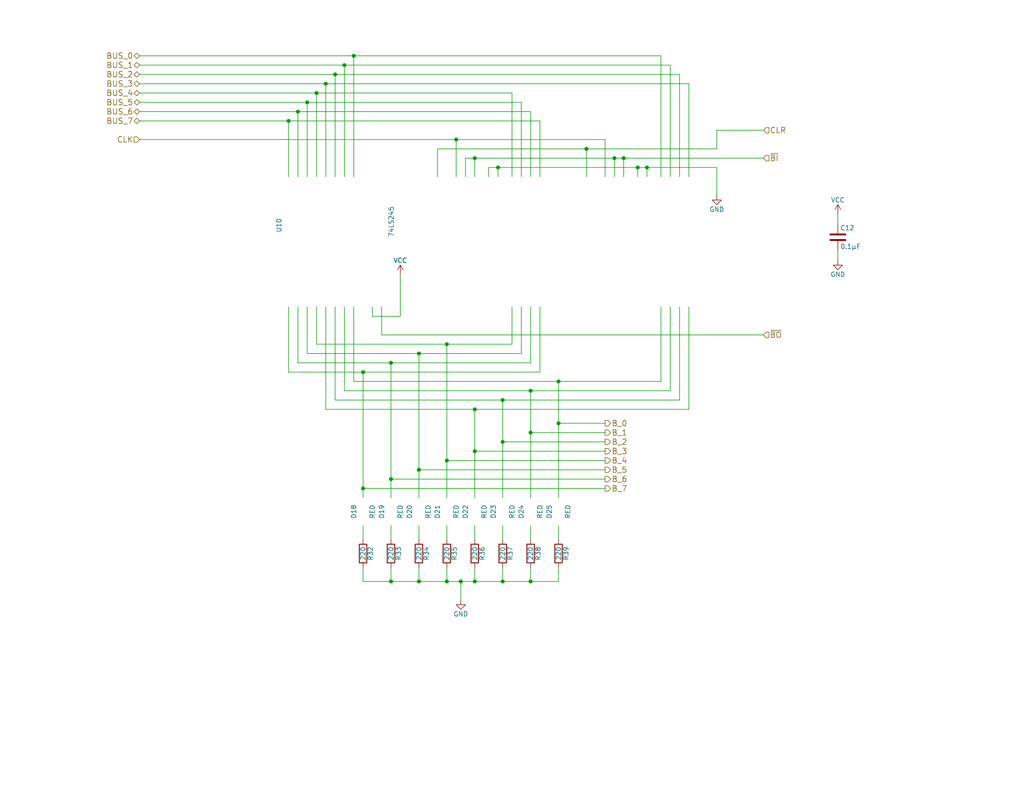
<source format=kicad_sch>
(kicad_sch (version 20211123) (generator eeschema)
  (paper "USLetter")
  (lib_symbols
    (symbol "Device:C" (pin_numbers hide) (pin_names (offset 0.254))
      (property "Reference" "C" (at 0.635 2.54 0))
      (property "Value" "C" (at 0.635 -2.54 0))
      (symbol "C_0_1"
        (polyline (pts (xy -2.032 -0.762) (xy 2.032 -0.762)) (stroke (width 0.508)))
        (polyline (pts (xy -2.032 0.762) (xy 2.032 0.762)) (stroke (width 0.508)))
      )
      (symbol "C_1_1"
        (pin passive line (at 0 3.81 270) (length 2.794) (name "~") (number "1"))
        (pin passive line (at 0 -3.81 90) (length 2.794) (name "~") (number "2"))
      )
    )
    (symbol "Device:R" (pin_numbers hide) (pin_names (offset 0))
      (property "Reference" "R" (at 2.032 0 90))
      (property "Value" "R" (at 0 0 90))
      (symbol "R_0_1"
        (rectangle (start -1.016 -2.54) (end 1.016 2.54) (stroke (width 0.254)))
      )
      (symbol "R_1_1"
        (pin passive line (at 0 3.81 270) (length 1.27) (name "~") (number "1"))
        (pin passive line (at 0 -3.81 90) (length 1.27) (name "~") (number "2"))
      )
    )
    (symbol "power:GND" (power) (pin_names (offset 0))
      (property "Value" "GND" (at 0 -3.81 0))
      (symbol "GND_0_1"
        (polyline (pts (xy 0 0) (xy 0 -1.27) (xy 1.27 -1.27) (xy 0 -2.54) (xy -1.27 -1.27) (xy 0 -1.27)))
      )
      (symbol "GND_1_1"
        (pin power_in line (at 0 0 270) (length 0) hide (name "GND") (number "1"))
      )
    )
    (symbol "power:VCC" (power) (pin_names (offset 0))
      (property "Value" "VCC" (at 0 3.81 0))
      (symbol "VCC_0_1"
        (polyline (pts (xy -0.762 1.27) (xy 0 2.54)))
        (polyline (pts (xy 0 0) (xy 0 2.54)))
        (polyline (pts (xy 0 2.54) (xy 0.762 1.27)))
      )
      (symbol "VCC_1_1"
        (pin power_in line (at 0 0 90) (length 0) hide (name "VCC") (number "1"))
      )
    )
  )
  (junction (at 144.78 106.68))
  (junction (at 125.73 158.75))
  (junction (at 124.46 38.1))
  (junction (at 137.16 120.65))
  (junction (at 129.54 158.75))
  (junction (at 78.74 33.02))
  (junction (at 167.64 43.18))
  (junction (at 114.3 96.52))
  (junction (at 99.06 101.6))
  (junction (at 91.44 20.32))
  (junction (at 121.92 93.98))
  (junction (at 176.53 45.72))
  (junction (at 86.36 25.4))
  (junction (at 173.99 45.72))
  (junction (at 144.78 158.75))
  (junction (at 137.16 158.75))
  (junction (at 114.3 128.27))
  (junction (at 93.98 17.78))
  (junction (at 129.54 111.76))
  (junction (at 144.78 118.11))
  (junction (at 96.52 15.24))
  (junction (at 152.4 115.57))
  (junction (at 114.3 158.75))
  (junction (at 152.4 104.14))
  (junction (at 106.68 130.81))
  (junction (at 106.68 99.06))
  (junction (at 106.68 158.75))
  (junction (at 121.92 125.73))
  (junction (at 88.9 22.86))
  (junction (at 83.82 27.94))
  (junction (at 129.54 123.19))
  (junction (at 170.18 43.18))
  (junction (at 135.89 45.72))
  (junction (at 129.54 43.18))
  (junction (at 137.16 109.22))
  (junction (at 121.92 158.75))
  (junction (at 99.06 133.35))
  (junction (at 160.02 40.64))
  (junction (at 81.28 30.48))
  (wire (pts (xy 173.99 45.72) (xy 176.53 45.72)))
  (wire (pts (xy 104.14 83.82) (xy 104.14 91.44)))
  (wire (pts (xy 142.24 27.94) (xy 142.24 48.26)))
  (wire (pts (xy 133.35 45.72) (xy 135.89 45.72)))
  (wire (pts (xy 129.54 43.18) (xy 167.64 43.18)))
  (wire (pts (xy 144.78 106.68) (xy 182.88 106.68)))
  (wire (pts (xy 165.1 125.73) (xy 121.92 125.73)))
  (wire (pts (xy 78.74 33.02) (xy 78.74 48.26)))
  (wire (pts (xy 119.38 48.26) (xy 119.38 40.64)))
  (wire (pts (xy 81.28 30.48) (xy 144.78 30.48)))
  (wire (pts (xy 106.68 130.81) (xy 106.68 135.89)))
  (wire (pts (xy 129.54 111.76) (xy 129.54 123.19)))
  (wire (pts (xy 78.74 101.6) (xy 99.06 101.6)))
  (wire (pts (xy 91.44 109.22) (xy 137.16 109.22)))
  (wire (pts (xy 152.4 158.75) (xy 152.4 154.94)))
  (wire (pts (xy 93.98 17.78) (xy 182.88 17.78)))
  (wire (pts (xy 86.36 93.98) (xy 121.92 93.98)))
  (wire (pts (xy 185.42 20.32) (xy 185.42 48.26)))
  (wire (pts (xy 83.82 27.94) (xy 83.82 48.26)))
  (wire (pts (xy 86.36 48.26) (xy 86.36 25.4)))
  (wire (pts (xy 114.3 96.52) (xy 114.3 128.27)))
  (wire (pts (xy 81.28 99.06) (xy 106.68 99.06)))
  (wire (pts (xy 114.3 128.27) (xy 114.3 135.89)))
  (wire (pts (xy 170.18 43.18) (xy 170.18 48.26)))
  (wire (pts (xy 119.38 40.64) (xy 160.02 40.64)))
  (wire (pts (xy 228.6 60.96) (xy 228.6 58.42)))
  (wire (pts (xy 137.16 158.75) (xy 144.78 158.75)))
  (wire (pts (xy 124.46 38.1) (xy 124.46 48.26)))
  (wire (pts (xy 167.64 43.18) (xy 170.18 43.18)))
  (wire (pts (xy 176.53 45.72) (xy 176.53 48.26)))
  (wire (pts (xy 165.1 115.57) (xy 152.4 115.57)))
  (wire (pts (xy 180.34 15.24) (xy 180.34 48.26)))
  (wire (pts (xy 38.1 33.02) (xy 78.74 33.02)))
  (wire (pts (xy 121.92 125.73) (xy 121.92 135.89)))
  (wire (pts (xy 106.68 143.51) (xy 106.68 147.32)))
  (wire (pts (xy 144.78 143.51) (xy 144.78 147.32)))
  (wire (pts (xy 106.68 99.06) (xy 106.68 130.81)))
  (wire (pts (xy 38.1 38.1) (xy 124.46 38.1)))
  (wire (pts (xy 144.78 118.11) (xy 144.78 135.89)))
  (wire (pts (xy 109.22 86.36) (xy 109.22 74.93)))
  (wire (pts (xy 88.9 22.86) (xy 187.96 22.86)))
  (wire (pts (xy 173.99 45.72) (xy 173.99 48.26)))
  (wire (pts (xy 144.78 99.06) (xy 144.78 83.82)))
  (wire (pts (xy 129.54 123.19) (xy 129.54 135.89)))
  (wire (pts (xy 93.98 106.68) (xy 144.78 106.68)))
  (wire (pts (xy 106.68 99.06) (xy 144.78 99.06)))
  (wire (pts (xy 129.54 123.19) (xy 165.1 123.19)))
  (wire (pts (xy 38.1 15.24) (xy 96.52 15.24)))
  (wire (pts (xy 38.1 25.4) (xy 86.36 25.4)))
  (wire (pts (xy 195.58 40.64) (xy 195.58 35.56)))
  (wire (pts (xy 91.44 20.32) (xy 185.42 20.32)))
  (wire (pts (xy 129.54 143.51) (xy 129.54 147.32)))
  (wire (pts (xy 86.36 83.82) (xy 86.36 93.98)))
  (wire (pts (xy 165.1 38.1) (xy 165.1 48.26)))
  (wire (pts (xy 114.3 158.75) (xy 121.92 158.75)))
  (wire (pts (xy 96.52 83.82) (xy 96.52 104.14)))
  (wire (pts (xy 147.32 33.02) (xy 147.32 48.26)))
  (wire (pts (xy 91.44 83.82) (xy 91.44 109.22)))
  (wire (pts (xy 88.9 83.82) (xy 88.9 111.76)))
  (wire (pts (xy 180.34 104.14) (xy 180.34 83.82)))
  (wire (pts (xy 127 43.18) (xy 129.54 43.18)))
  (wire (pts (xy 99.06 101.6) (xy 147.32 101.6)))
  (wire (pts (xy 114.3 143.51) (xy 114.3 147.32)))
  (wire (pts (xy 137.16 143.51) (xy 137.16 147.32)))
  (wire (pts (xy 38.1 27.94) (xy 83.82 27.94)))
  (wire (pts (xy 99.06 143.51) (xy 99.06 147.32)))
  (wire (pts (xy 137.16 109.22) (xy 185.42 109.22)))
  (wire (pts (xy 88.9 111.76) (xy 129.54 111.76)))
  (wire (pts (xy 135.89 45.72) (xy 135.89 48.26)))
  (wire (pts (xy 160.02 40.64) (xy 195.58 40.64)))
  (wire (pts (xy 81.28 30.48) (xy 81.28 48.26)))
  (wire (pts (xy 106.68 158.75) (xy 114.3 158.75)))
  (wire (pts (xy 129.54 111.76) (xy 187.96 111.76)))
  (wire (pts (xy 121.92 154.94) (xy 121.92 158.75)))
  (wire (pts (xy 139.7 25.4) (xy 139.7 48.26)))
  (wire (pts (xy 81.28 83.82) (xy 81.28 99.06)))
  (wire (pts (xy 38.1 20.32) (xy 91.44 20.32)))
  (wire (pts (xy 121.92 93.98) (xy 139.7 93.98)))
  (wire (pts (xy 99.06 158.75) (xy 106.68 158.75)))
  (wire (pts (xy 165.1 130.81) (xy 106.68 130.81)))
  (wire (pts (xy 165.1 118.11) (xy 144.78 118.11)))
  (wire (pts (xy 78.74 33.02) (xy 147.32 33.02)))
  (wire (pts (xy 137.16 154.94) (xy 137.16 158.75)))
  (wire (pts (xy 104.14 91.44) (xy 208.28 91.44)))
  (wire (pts (xy 114.3 96.52) (xy 142.24 96.52)))
  (wire (pts (xy 139.7 93.98) (xy 139.7 83.82)))
  (wire (pts (xy 86.36 25.4) (xy 139.7 25.4)))
  (wire (pts (xy 144.78 154.94) (xy 144.78 158.75)))
  (wire (pts (xy 93.98 17.78) (xy 93.98 48.26)))
  (wire (pts (xy 152.4 143.51) (xy 152.4 147.32)))
  (wire (pts (xy 129.54 158.75) (xy 137.16 158.75)))
  (wire (pts (xy 170.18 43.18) (xy 208.28 43.18)))
  (wire (pts (xy 121.92 93.98) (xy 121.92 125.73)))
  (wire (pts (xy 83.82 27.94) (xy 142.24 27.94)))
  (wire (pts (xy 99.06 133.35) (xy 99.06 135.89)))
  (wire (pts (xy 137.16 109.22) (xy 137.16 120.65)))
  (wire (pts (xy 144.78 106.68) (xy 144.78 118.11)))
  (wire (pts (xy 187.96 111.76) (xy 187.96 83.82)))
  (wire (pts (xy 147.32 101.6) (xy 147.32 83.82)))
  (wire (pts (xy 99.06 154.94) (xy 99.06 158.75)))
  (wire (pts (xy 114.3 154.94) (xy 114.3 158.75)))
  (wire (pts (xy 83.82 96.52) (xy 114.3 96.52)))
  (wire (pts (xy 127 48.26) (xy 127 43.18)))
  (wire (pts (xy 165.1 133.35) (xy 99.06 133.35)))
  (wire (pts (xy 101.6 86.36) (xy 109.22 86.36)))
  (wire (pts (xy 121.92 158.75) (xy 125.73 158.75)))
  (wire (pts (xy 160.02 40.64) (xy 160.02 48.26)))
  (wire (pts (xy 152.4 115.57) (xy 152.4 135.89)))
  (wire (pts (xy 124.46 38.1) (xy 165.1 38.1)))
  (wire (pts (xy 38.1 22.86) (xy 88.9 22.86)))
  (wire (pts (xy 125.73 158.75) (xy 129.54 158.75)))
  (wire (pts (xy 152.4 104.14) (xy 152.4 115.57)))
  (wire (pts (xy 165.1 120.65) (xy 137.16 120.65)))
  (wire (pts (xy 133.35 48.26) (xy 133.35 45.72)))
  (wire (pts (xy 185.42 109.22) (xy 185.42 83.82)))
  (wire (pts (xy 91.44 20.32) (xy 91.44 48.26)))
  (wire (pts (xy 182.88 106.68) (xy 182.88 83.82)))
  (wire (pts (xy 167.64 43.18) (xy 167.64 48.26)))
  (wire (pts (xy 187.96 22.86) (xy 187.96 48.26)))
  (wire (pts (xy 78.74 83.82) (xy 78.74 101.6)))
  (wire (pts (xy 96.52 15.24) (xy 180.34 15.24)))
  (wire (pts (xy 144.78 30.48) (xy 144.78 48.26)))
  (wire (pts (xy 228.6 71.12) (xy 228.6 68.58)))
  (wire (pts (xy 165.1 128.27) (xy 114.3 128.27)))
  (wire (pts (xy 88.9 22.86) (xy 88.9 48.26)))
  (wire (pts (xy 176.53 45.72) (xy 195.58 45.72)))
  (wire (pts (xy 99.06 101.6) (xy 99.06 133.35)))
  (wire (pts (xy 96.52 104.14) (xy 152.4 104.14)))
  (wire (pts (xy 195.58 45.72) (xy 195.58 53.34)))
  (wire (pts (xy 142.24 96.52) (xy 142.24 83.82)))
  (wire (pts (xy 182.88 17.78) (xy 182.88 48.26)))
  (wire (pts (xy 121.92 143.51) (xy 121.92 147.32)))
  (wire (pts (xy 137.16 120.65) (xy 137.16 135.89)))
  (wire (pts (xy 83.82 83.82) (xy 83.82 96.52)))
  (wire (pts (xy 106.68 154.94) (xy 106.68 158.75)))
  (wire (pts (xy 38.1 30.48) (xy 81.28 30.48)))
  (wire (pts (xy 96.52 15.24) (xy 96.52 48.26)))
  (wire (pts (xy 152.4 104.14) (xy 180.34 104.14)))
  (wire (pts (xy 101.6 83.82) (xy 101.6 86.36)))
  (wire (pts (xy 129.54 154.94) (xy 129.54 158.75)))
  (wire (pts (xy 93.98 83.82) (xy 93.98 106.68)))
  (wire (pts (xy 144.78 158.75) (xy 152.4 158.75)))
  (wire (pts (xy 38.1 17.78) (xy 93.98 17.78)))
  (wire (pts (xy 195.58 35.56) (xy 208.28 35.56)))
  (wire (pts (xy 135.89 45.72) (xy 173.99 45.72)))
  (wire (pts (xy 129.54 43.18) (xy 129.54 48.26)))
  (wire (pts (xy 125.73 163.83) (xy 125.73 158.75)))
  (hierarchical_label "B_1" (shape output) (at 165.1 118.11 0) (effects (font (size 1.524 1.524))))
  (hierarchical_label "BUS_4" (shape bidirectional) (at 38.1 25.4 180) (effects (font (size 1.524 1.524))))
  (hierarchical_label "B_3" (shape output) (at 165.1 123.19 0) (effects (font (size 1.524 1.524))))
  (hierarchical_label "B_4" (shape output) (at 165.1 125.73 0) (effects (font (size 1.524 1.524))))
  (hierarchical_label "BUS_6" (shape bidirectional) (at 38.1 30.48 180) (effects (font (size 1.524 1.524))))
  (hierarchical_label "~{BO}" (shape input) (at 208.28 91.44 0) (effects (font (size 1.524 1.524))))
  (hierarchical_label "B_5" (shape output) (at 165.1 128.27 0) (effects (font (size 1.524 1.524))))
  (hierarchical_label "BUS_3" (shape bidirectional) (at 38.1 22.86 180) (effects (font (size 1.524 1.524))))
  (hierarchical_label "CLR" (shape input) (at 208.28 35.56 0) (effects (font (size 1.524 1.524))))
  (hierarchical_label "BUS_2" (shape bidirectional) (at 38.1 20.32 180) (effects (font (size 1.524 1.524))))
  (hierarchical_label "B_7" (shape output) (at 165.1 133.35 0) (effects (font (size 1.524 1.524))))
  (hierarchical_label "BUS_5" (shape bidirectional) (at 38.1 27.94 180) (effects (font (size 1.524 1.524))))
  (hierarchical_label "CLK" (shape input) (at 38.1 38.1 180) (effects (font (size 1.524 1.524))))
  (hierarchical_label "BUS_0" (shape bidirectional) (at 38.1 15.24 180) (effects (font (size 1.524 1.524))))
  (hierarchical_label "B_0" (shape output) (at 165.1 115.57 0) (effects (font (size 1.524 1.524))))
  (hierarchical_label "B_2" (shape output) (at 165.1 120.65 0) (effects (font (size 1.524 1.524))))
  (hierarchical_label "BUS_1" (shape bidirectional) (at 38.1 17.78 180) (effects (font (size 1.524 1.524))))
  (hierarchical_label "B_6" (shape output) (at 165.1 130.81 0) (effects (font (size 1.524 1.524))))
  (hierarchical_label "BUS_7" (shape bidirectional) (at 38.1 33.02 180) (effects (font (size 1.524 1.524))))
  (hierarchical_label "~{BI}" (shape input) (at 208.28 43.18 0) (effects (font (size 1.524 1.524))))
  (symbol (lib_id "8bit-computer-rescue:74LS173") (at 173.99 66.04 270) (unit 1)
    (property "Reference" "U12" (at 176.53 68.58 0))
    (property "Value" "74LS173" (at 172.72 68.58 0))
    (property "Footprint" "Package_DIP:DIP-16_W7.62mm" (effects hide))
  )
  (symbol (lib_id "8bit-computer-rescue:74LS245") (at 91.44 66.04 90) (unit 1)
    (property "Reference" "U10" (at 76.835 63.5 0) (effects (justify left bottom)))
    (property "Value" "74LS245" (at 106.045 64.77 0) (effects (justify left top)))
    (property "Footprint" "Package_DIP:DIP-20_W7.62mm" (effects hide))
  )
  (symbol (lib_id "Device:LED_ALT") (at 106.68 139.7 90) (unit 1)
    (property "Reference" "D19" (at 104.14 139.7 0))
    (property "Value" "RED" (at 109.22 139.7 0))
    (property "Footprint" "LED_THT:LED_D5.0mm" (effects hide))
  )
  (symbol (lib_id "Device:R") (at 99.06 151.13 0) (unit 1)
    (property "Reference" "R32" (at 101.092 151.13 90))
    (property "Value" "220" (at 99.06 151.13 90))
    (property "Footprint" "Resistor_THT:R_Axial_DIN0207_L6.3mm_D2.5mm_P7.62mm_Horizontal" (effects hide))
  )
  (symbol (lib_id "Device:R") (at 106.68 151.13 0) (unit 1)
    (property "Reference" "R33" (at 108.712 151.13 90))
    (property "Value" "220" (at 106.68 151.13 90))
    (property "Footprint" "Resistor_THT:R_Axial_DIN0207_L6.3mm_D2.5mm_P7.62mm_Horizontal" (effects hide))
  )
  (symbol (lib_id "Device:R") (at 144.78 151.13 0) (unit 1)
    (property "Reference" "R38" (at 146.812 151.13 90))
    (property "Value" "220" (at 144.78 151.13 90))
    (property "Footprint" "Resistor_THT:R_Axial_DIN0207_L6.3mm_D2.5mm_P7.62mm_Horizontal" (effects hide))
  )
  (symbol (lib_id "power:GND") (at 125.73 163.83 0) (unit 1)
    (property "Reference" "#PWR019" (effects hide))
    (property "Value" "GND" (at 125.73 167.64 0))
  )
  (symbol (lib_id "power:GND") (at 195.58 53.34 0) (unit 1)
    (property "Reference" "#PWR021" (effects hide))
    (property "Value" "GND" (at 195.58 57.15 0))
  )
  (symbol (lib_id "8bit-computer-rescue:74LS173") (at 133.35 66.04 270) (unit 1)
    (property "Reference" "U11" (at 135.89 68.58 0))
    (property "Value" "74LS173" (at 132.08 68.58 0))
    (property "Footprint" "Package_DIP:DIP-16_W7.62mm" (effects hide))
  )
  (symbol (lib_id "Device:LED_ALT") (at 99.06 139.7 90) (unit 1)
    (property "Reference" "D18" (at 96.52 139.7 0))
    (property "Value" "RED" (at 101.6 139.7 0))
    (property "Footprint" "LED_THT:LED_D5.0mm" (effects hide))
  )
  (symbol (lib_id "Device:LED_ALT") (at 114.3 139.7 90) (unit 1)
    (property "Reference" "D20" (at 111.76 139.7 0))
    (property "Value" "RED" (at 116.84 139.7 0))
    (property "Footprint" "LED_THT:LED_D5.0mm" (effects hide))
  )
  (symbol (lib_id "Device:LED_ALT") (at 121.92 139.7 90) (unit 1)
    (property "Reference" "D21" (at 119.38 139.7 0))
    (property "Value" "RED" (at 124.46 139.7 0))
    (property "Footprint" "LED_THT:LED_D5.0mm" (effects hide))
  )
  (symbol (lib_id "Device:LED_ALT") (at 129.54 139.7 90) (unit 1)
    (property "Reference" "D22" (at 127 139.7 0))
    (property "Value" "RED" (at 132.08 139.7 0))
    (property "Footprint" "LED_THT:LED_D5.0mm" (effects hide))
  )
  (symbol (lib_id "Device:LED_ALT") (at 137.16 139.7 90) (unit 1)
    (property "Reference" "D23" (at 134.62 139.7 0))
    (property "Value" "RED" (at 139.7 139.7 0))
    (property "Footprint" "LED_THT:LED_D5.0mm" (effects hide))
  )
  (symbol (lib_id "Device:LED_ALT") (at 144.78 139.7 90) (unit 1)
    (property "Reference" "D24" (at 142.24 139.7 0))
    (property "Value" "RED" (at 147.32 139.7 0))
    (property "Footprint" "LED_THT:LED_D5.0mm" (effects hide))
  )
  (symbol (lib_id "Device:LED_ALT") (at 152.4 139.7 90) (unit 1)
    (property "Reference" "D25" (at 149.86 139.7 0))
    (property "Value" "RED" (at 154.94 139.7 0))
    (property "Footprint" "LED_THT:LED_D5.0mm" (effects hide))
  )
  (symbol (lib_id "Device:R") (at 114.3 151.13 0) (unit 1)
    (property "Reference" "R34" (at 116.332 151.13 90))
    (property "Value" "220" (at 114.3 151.13 90))
    (property "Footprint" "Resistor_THT:R_Axial_DIN0207_L6.3mm_D2.5mm_P7.62mm_Horizontal" (effects hide))
  )
  (symbol (lib_id "Device:R") (at 121.92 151.13 0) (unit 1)
    (property "Reference" "R35" (at 123.952 151.13 90))
    (property "Value" "220" (at 121.92 151.13 90))
    (property "Footprint" "Resistor_THT:R_Axial_DIN0207_L6.3mm_D2.5mm_P7.62mm_Horizontal" (effects hide))
  )
  (symbol (lib_id "Device:R") (at 129.54 151.13 0) (unit 1)
    (property "Reference" "R36" (at 131.572 151.13 90))
    (property "Value" "220" (at 129.54 151.13 90))
    (property "Footprint" "Resistor_THT:R_Axial_DIN0207_L6.3mm_D2.5mm_P7.62mm_Horizontal" (effects hide))
  )
  (symbol (lib_id "Device:R") (at 137.16 151.13 0) (unit 1)
    (property "Reference" "R37" (at 139.192 151.13 90))
    (property "Value" "220" (at 137.16 151.13 90))
    (property "Footprint" "Resistor_THT:R_Axial_DIN0207_L6.3mm_D2.5mm_P7.62mm_Horizontal" (effects hide))
  )
  (symbol (lib_id "Device:R") (at 152.4 151.13 0) (unit 1)
    (property "Reference" "R39" (at 154.432 151.13 90))
    (property "Value" "220" (at 152.4 151.13 90))
    (property "Footprint" "Resistor_THT:R_Axial_DIN0207_L6.3mm_D2.5mm_P7.62mm_Horizontal" (effects hide))
  )
  (symbol (lib_id "power:VCC") (at 109.22 74.93 0) (unit 1)
    (property "Reference" "#PWR020" (effects hide))
    (property "Value" "VCC" (at 109.22 71.12 0))
  )
  (symbol (lib_id "Device:C") (at 228.6 64.77 0) (unit 1)
    (property "Reference" "C12" (at 229.235 62.23 0) (effects (justify left)))
    (property "Value" "0.1µF" (at 229.235 67.31 0) (effects (justify left)))
    (property "Footprint" "Capacitor_THT:C_Disc_D4.3mm_W1.9mm_P5.00mm" (effects hide))
  )
  (symbol (lib_id "power:VCC") (at 228.6 58.42 0) (unit 1)
    (property "Reference" "#PWR022" (effects hide))
    (property "Value" "VCC" (at 228.6 54.61 0))
  )
  (symbol (lib_id "power:GND") (at 228.6 71.12 0) (unit 1)
    (property "Reference" "#PWR023" (effects hide))
    (property "Value" "GND" (at 228.6 74.93 0))
  )
)
</source>
